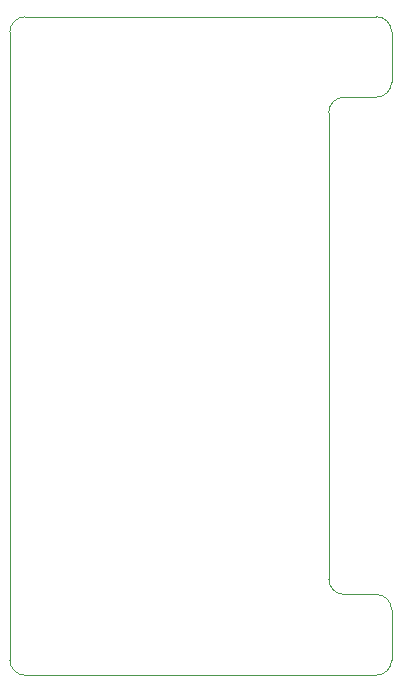
<source format=gbr>
%TF.GenerationSoftware,KiCad,Pcbnew,9.0.7*%
%TF.CreationDate,2026-02-03T13:24:39+02:00*%
%TF.ProjectId,Breadboard_Power_Supply,42726561-6462-46f6-9172-645f506f7765,rev?*%
%TF.SameCoordinates,Original*%
%TF.FileFunction,Profile,NP*%
%FSLAX46Y46*%
G04 Gerber Fmt 4.6, Leading zero omitted, Abs format (unit mm)*
G04 Created by KiCad (PCBNEW 9.0.7) date 2026-02-03 13:24:39*
%MOMM*%
%LPD*%
G01*
G04 APERTURE LIST*
%TA.AperFunction,Profile*%
%ADD10C,0.050000*%
%TD*%
G04 APERTURE END LIST*
D10*
X138133165Y-61700000D02*
X135400000Y-61700000D01*
X107100000Y-56189400D02*
X107100000Y-109342400D01*
X134100000Y-63000000D02*
X134100000Y-102500000D01*
X107100000Y-56189400D02*
G75*
G02*
X108400000Y-54889400I1300000J0D01*
G01*
X135400000Y-103800000D02*
G75*
G02*
X134100000Y-102500000I0J1300000D01*
G01*
X138123167Y-103800000D02*
X135400000Y-103800000D01*
X138130592Y-54889400D02*
G75*
G02*
X139430800Y-56189639I8J-1300200D01*
G01*
X139429765Y-60403400D02*
G75*
G02*
X138133165Y-61699965I-1296565J0D01*
G01*
X108397600Y-110640000D02*
G75*
G02*
X107100000Y-109342400I0J1297600D01*
G01*
X138123167Y-103800000D02*
G75*
G02*
X139419800Y-105096600I33J-1296600D01*
G01*
X108400000Y-54889400D02*
X138130592Y-54889400D01*
X139420000Y-109350000D02*
X139420000Y-105100000D01*
X139420000Y-109350000D02*
G75*
G02*
X138130000Y-110640000I-1290000J0D01*
G01*
X108400000Y-110640000D02*
X138130592Y-110640000D01*
X139430000Y-56189639D02*
X139430000Y-60400000D01*
X134100000Y-63000000D02*
G75*
G02*
X135400000Y-61700000I1300000J0D01*
G01*
M02*

</source>
